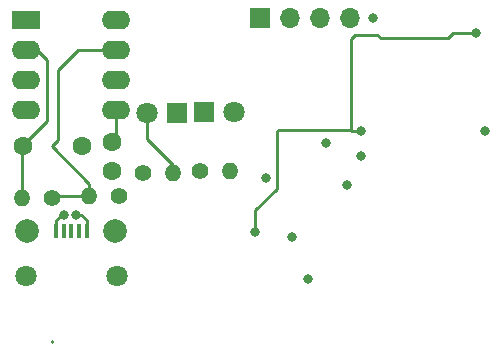
<source format=gbr>
%TF.GenerationSoftware,KiCad,Pcbnew,8.0.4*%
%TF.CreationDate,2024-09-23T16:48:43-04:00*%
%TF.ProjectId,solder_challenge_555,736f6c64-6572-45f6-9368-616c6c656e67,rev?*%
%TF.SameCoordinates,Original*%
%TF.FileFunction,Copper,L4,Bot*%
%TF.FilePolarity,Positive*%
%FSLAX46Y46*%
G04 Gerber Fmt 4.6, Leading zero omitted, Abs format (unit mm)*
G04 Created by KiCad (PCBNEW 8.0.4) date 2024-09-23 16:48:43*
%MOMM*%
%LPD*%
G01*
G04 APERTURE LIST*
%TA.AperFunction,ComponentPad*%
%ADD10C,1.400000*%
%TD*%
%TA.AperFunction,ComponentPad*%
%ADD11O,1.400000X1.400000*%
%TD*%
%TA.AperFunction,ComponentPad*%
%ADD12C,1.600000*%
%TD*%
%TA.AperFunction,ComponentPad*%
%ADD13R,2.400000X1.600000*%
%TD*%
%TA.AperFunction,ComponentPad*%
%ADD14O,2.400000X1.600000*%
%TD*%
%TA.AperFunction,ComponentPad*%
%ADD15R,1.800000X1.800000*%
%TD*%
%TA.AperFunction,ComponentPad*%
%ADD16C,1.800000*%
%TD*%
%TA.AperFunction,ComponentPad*%
%ADD17R,1.700000X1.700000*%
%TD*%
%TA.AperFunction,ComponentPad*%
%ADD18O,1.700000X1.700000*%
%TD*%
%TA.AperFunction,SMDPad,CuDef*%
%ADD19R,0.450000X1.300000*%
%TD*%
%TA.AperFunction,ComponentPad*%
%ADD20C,2.000000*%
%TD*%
%TA.AperFunction,ViaPad*%
%ADD21C,0.800000*%
%TD*%
%TA.AperFunction,Conductor*%
%ADD22C,0.250000*%
%TD*%
G04 APERTURE END LIST*
D10*
%TO.P,R3,1*%
%TO.N,Net-(D4-K)*%
X131920000Y-52230000D03*
D11*
%TO.P,R3,2*%
%TO.N,Net-(D1-A)*%
X134460000Y-52230000D03*
%TD*%
D12*
%TO.P,C1,1*%
%TO.N,Net-(U1-THR)*%
X116890000Y-50100000D03*
%TO.P,C1,2*%
%TO.N,GND*%
X121890000Y-50100000D03*
%TD*%
D13*
%TO.P,U1,1,GND*%
%TO.N,GND*%
X117190000Y-39430000D03*
D14*
%TO.P,U1,2,TR*%
%TO.N,Net-(U1-THR)*%
X117190000Y-41970000D03*
%TO.P,U1,3,Q*%
%TO.N,Net-(D4-K)*%
X117190000Y-44510000D03*
%TO.P,U1,4,R*%
%TO.N,VCC*%
X117190000Y-47050000D03*
%TO.P,U1,5,CV*%
%TO.N,Net-(U1-CV)*%
X124810000Y-47050000D03*
%TO.P,U1,6,THR*%
%TO.N,Net-(U1-THR)*%
X124810000Y-44510000D03*
%TO.P,U1,7,DIS*%
%TO.N,Net-(U1-DIS)*%
X124810000Y-41970000D03*
%TO.P,U1,8,VCC*%
%TO.N,VCC*%
X124810000Y-39430000D03*
%TD*%
D10*
%TO.P,R1,1*%
%TO.N,VCC*%
X125040000Y-54340000D03*
D11*
%TO.P,R1,2*%
%TO.N,Net-(U1-DIS)*%
X122500000Y-54340000D03*
%TD*%
D12*
%TO.P,C2,1*%
%TO.N,Net-(U1-CV)*%
X124450000Y-49700000D03*
%TO.P,C2,2*%
%TO.N,GND*%
X124450000Y-52200000D03*
%TD*%
D10*
%TO.P,R2,1*%
%TO.N,Net-(U1-DIS)*%
X119400000Y-54490000D03*
D11*
%TO.P,R2,2*%
%TO.N,Net-(U1-THR)*%
X116860000Y-54490000D03*
%TD*%
D15*
%TO.P,D4,1,K*%
%TO.N,Net-(D4-K)*%
X129960000Y-47260000D03*
D16*
%TO.P,D4,2,A*%
%TO.N,Net-(D4-A)*%
X127420000Y-47260000D03*
%TD*%
D15*
%TO.P,D1,1,K*%
%TO.N,GND*%
X132270000Y-47240000D03*
D16*
%TO.P,D1,2,A*%
%TO.N,Net-(D1-A)*%
X134810000Y-47240000D03*
%TD*%
D10*
%TO.P,R13,1*%
%TO.N,VCC*%
X127090000Y-52380000D03*
D11*
%TO.P,R13,2*%
%TO.N,Net-(D4-A)*%
X129630000Y-52380000D03*
%TD*%
D17*
%TO.P,J2,1,Pin_1*%
%TO.N,VCC*%
X136950000Y-39240000D03*
D18*
%TO.P,J2,2,Pin_2*%
%TO.N,unconnected-(J2-Pin_2-Pad2)*%
X139490000Y-39240000D03*
%TO.P,J2,3,Pin_3*%
%TO.N,unconnected-(J2-Pin_3-Pad3)*%
X142030000Y-39240000D03*
%TO.P,J2,4,Pin_4*%
%TO.N,GND*%
X144570000Y-39240000D03*
%TD*%
D19*
%TO.P,J1,1,VBUS*%
%TO.N,VCC*%
X122320000Y-57240000D03*
%TO.P,J1,2,D-*%
%TO.N,unconnected-(J1-D--Pad2)*%
X121670000Y-57240000D03*
%TO.P,J1,3,D+*%
%TO.N,unconnected-(J1-D+-Pad3)*%
X121020000Y-57240000D03*
%TO.P,J1,4,ID*%
%TO.N,unconnected-(J1-ID-Pad4)*%
X120370000Y-57240000D03*
%TO.P,J1,5,GND*%
%TO.N,GND*%
X119720000Y-57240000D03*
D16*
%TO.P,J1,6,Shield*%
%TO.N,unconnected-(J1-Shield-Pad6)*%
X124895000Y-61090000D03*
D20*
X124745000Y-57290000D03*
X117295000Y-57290000D03*
D16*
X117145000Y-61090000D03*
%TD*%
D21*
%TO.N,GND*%
X137475000Y-52750000D03*
X156020000Y-48770000D03*
X120430000Y-55900000D03*
X141050000Y-61300000D03*
%TO.N,VCC*%
X146575000Y-39250000D03*
X121429949Y-55889691D03*
X142600000Y-49850000D03*
X139700000Y-57775000D03*
X144400000Y-53350000D03*
%TO.N,/smt_555/7*%
X145510000Y-50950000D03*
%TO.N,/smt_555/3*%
X136540000Y-57340000D03*
X145520000Y-48780000D03*
X155280000Y-40550000D03*
%TD*%
D22*
%TO.N,*%
X119365000Y-66685000D02*
X119365000Y-66615000D01*
%TO.N,GND*%
X120430000Y-55900000D02*
X120190000Y-55900000D01*
X119720000Y-56370000D02*
X119720000Y-57240000D01*
X120190000Y-55900000D02*
X119720000Y-56370000D01*
%TO.N,VCC*%
X121844691Y-55889691D02*
X122320000Y-56365000D01*
X121429949Y-55889691D02*
X121844691Y-55889691D01*
X122320000Y-56365000D02*
X122320000Y-57240000D01*
%TO.N,/smt_555/3*%
X136540000Y-55540000D02*
X138390000Y-53690000D01*
X155280000Y-40550000D02*
X153315000Y-40550000D01*
X153315000Y-40550000D02*
X152915000Y-40950000D01*
X136540000Y-57340000D02*
X136540000Y-55540000D01*
X146930000Y-40680000D02*
X145040000Y-40680000D01*
X145520000Y-48780000D02*
X145512500Y-48787500D01*
X147200000Y-40950000D02*
X146930000Y-40680000D01*
X152915000Y-40950000D02*
X147200000Y-40950000D01*
X138390000Y-48860000D02*
X138525000Y-48725000D01*
X144725000Y-48700000D02*
X144812500Y-48787500D01*
X145512500Y-48787500D02*
X144812500Y-48787500D01*
X138390000Y-53690000D02*
X138390000Y-48860000D01*
X145040000Y-40680000D02*
X144725000Y-40995000D01*
X144750000Y-48725000D02*
X144812500Y-48787500D01*
X144725000Y-40995000D02*
X144725000Y-48700000D01*
X138525000Y-48725000D02*
X144750000Y-48725000D01*
%TO.N,Net-(D4-A)*%
X127420000Y-47260000D02*
X127420000Y-49485000D01*
X129630000Y-51695000D02*
X129630000Y-52380000D01*
X127420000Y-49485000D02*
X129630000Y-51695000D01*
%TO.N,Net-(U1-THR)*%
X117190000Y-41970000D02*
X118110000Y-41970000D01*
X118960000Y-47950000D02*
X116800000Y-50110000D01*
X116800000Y-54430000D02*
X116860000Y-54490000D01*
X118960000Y-42820000D02*
X118960000Y-47950000D01*
X116800000Y-50110000D02*
X116800000Y-54430000D01*
X118110000Y-41970000D02*
X118960000Y-42820000D01*
%TO.N,Net-(U1-CV)*%
X124810000Y-49340000D02*
X124450000Y-49700000D01*
X124810000Y-47050000D02*
X124810000Y-49340000D01*
%TO.N,Net-(U1-DIS)*%
X121570000Y-41970000D02*
X119890000Y-43650000D01*
X119400000Y-54490000D02*
X119550000Y-54340000D01*
X122500000Y-53270000D02*
X122500000Y-54340000D01*
X119550000Y-54340000D02*
X122500000Y-54340000D01*
X119340000Y-50110000D02*
X122500000Y-53270000D01*
X119890000Y-49560000D02*
X119340000Y-50110000D01*
X119890000Y-43650000D02*
X119890000Y-49560000D01*
X124810000Y-41970000D02*
X121570000Y-41970000D01*
%TD*%
M02*

</source>
